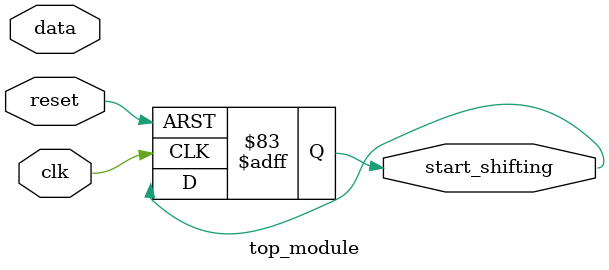
<source format=sv>
module top_module(
    input clk,
    input reset,
    input data,
    output reg start_shifting);

    reg [3:0] state;
    reg previous_bit;
    
    always @(posedge clk or posedge reset) begin
        if (reset) begin
            state <= 0;
            start_shifting <= 0;
        end else begin
            case(state)
                0: begin
                    if (data == 1'b1) begin
                        state <= 1;
                        previous_bit <= 1;
                    end else begin
                        state <= 0;
                        previous_bit <= data;
                    end
                end
                1: begin
                    if (previous_bit == 1'b1 && data == 1'b1) begin
                        state <= 2;
                        previous_bit <= 1;
                    end else if (data == 1'b0) begin
                        state <= 0;
                        previous_bit <= 0;
                    end else begin
                        state <= 0;
                        previous_bit <= data;
                    end
                end
                2: begin
                    if (previous_bit == 1'b1 && data == 1'b0) begin
                        state <= 3;
                        previous_bit <= 0;
                    end else if (data == 1'b1) begin
                        state <= 1;
                        previous_bit <= 1;
                    end else begin
                        state <= 0;
                        previous_bit <= data;
                    end
                end
                3: begin
                    if (previous_bit == 1'b1 && data == 1'b1) begin
                        state <= 4;
                        previous_bit <= 1;
                    end else if (data == 1'b1) begin
                        state <= 1;
                        previous_bit <= 1;
                    end else begin
                        state <= 0;
                        previous_bit <= data;
                    end
                end
                4: begin
                    if (previous_bit == 1'b1 && data == 1'b1) begin
                        state <= 4;
                        previous_bit <= 1;
                    end else if (data == 1'b0) begin
                        state <= 0;
                        previous_bit <= 0;
                    end else begin
                        state <= 0;
                        previous_bit <= data;
                    end
                end
            endcase
        end
    end

endmodule

</source>
